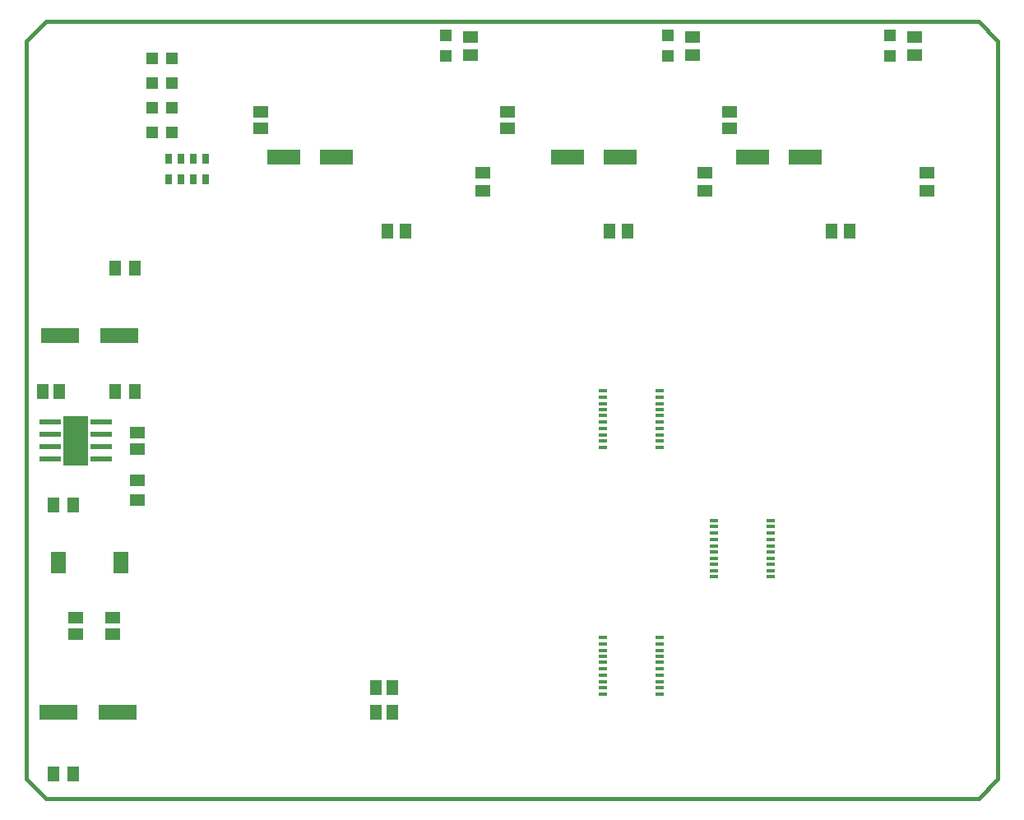
<source format=gtp>
G75*
%MOIN*%
%OFA0B0*%
%FSLAX24Y24*%
%IPPOS*%
%LPD*%
%AMOC8*
5,1,8,0,0,1.08239X$1,22.5*
%
%ADD10C,0.0160*%
%ADD11R,0.0472X0.0472*%
%ADD12R,0.0512X0.0591*%
%ADD13R,0.0591X0.0512*%
%ADD14R,0.1378X0.0630*%
%ADD15R,0.0295X0.0433*%
%ADD16R,0.0866X0.0236*%
%ADD17R,0.1000X0.2000*%
%ADD18R,0.0630X0.0512*%
%ADD19R,0.0512X0.0630*%
%ADD20R,0.1575X0.0630*%
%ADD21R,0.0630X0.0866*%
%ADD22R,0.0354X0.0138*%
D10*
X002145Y001680D02*
X039940Y001680D01*
X040727Y002467D01*
X040727Y032389D01*
X039940Y033176D01*
X002145Y033176D01*
X001357Y032389D01*
X001357Y002467D01*
X002145Y001680D01*
D11*
X006444Y028680D03*
X007271Y028680D03*
X007271Y029680D03*
X006444Y029680D03*
X006444Y030680D03*
X007271Y030680D03*
X007271Y031680D03*
X006444Y031680D03*
X018357Y031767D03*
X018357Y032593D03*
X027357Y032593D03*
X027357Y031767D03*
X036357Y031767D03*
X036357Y032593D03*
D12*
X034731Y024680D03*
X033983Y024680D03*
X025731Y024680D03*
X024983Y024680D03*
X016731Y024680D03*
X015983Y024680D03*
X002692Y018180D03*
X002023Y018180D03*
X015523Y006180D03*
X016192Y006180D03*
X016192Y005180D03*
X015523Y005180D03*
D13*
X004857Y008345D03*
X004857Y009015D03*
X003357Y009015D03*
X003357Y008345D03*
X005857Y015845D03*
X005857Y016515D03*
X019857Y026306D03*
X019857Y027054D03*
X020857Y028845D03*
X020857Y029515D03*
X019357Y031806D03*
X019357Y032554D03*
X010857Y029515D03*
X010857Y028845D03*
X028357Y031806D03*
X028357Y032554D03*
X029857Y029515D03*
X029857Y028845D03*
X028857Y027054D03*
X028857Y026306D03*
X037357Y031806D03*
X037357Y032554D03*
X037857Y027054D03*
X037857Y026306D03*
D14*
X032920Y027680D03*
X030794Y027680D03*
X025420Y027680D03*
X023294Y027680D03*
X013920Y027680D03*
X011794Y027680D03*
D15*
X008607Y027601D03*
X008107Y027601D03*
X007607Y027601D03*
X007107Y027601D03*
X007107Y026759D03*
X007607Y026759D03*
X008107Y026759D03*
X008607Y026759D03*
D16*
X004381Y016930D03*
X004381Y016430D03*
X004381Y015930D03*
X004381Y015430D03*
X002334Y015430D03*
X002334Y015930D03*
X002334Y016430D03*
X002334Y016930D03*
D17*
X003357Y016180D03*
D18*
X005857Y014574D03*
X005857Y013786D03*
D19*
X003251Y013580D03*
X002464Y013580D03*
X004964Y018180D03*
X005751Y018180D03*
X005751Y023180D03*
X004964Y023180D03*
X003251Y002680D03*
X002464Y002680D03*
D20*
X002656Y005180D03*
X005058Y005180D03*
X005109Y020444D03*
X002708Y020444D03*
D21*
X002656Y011231D03*
X005176Y011231D03*
D22*
X024706Y008198D03*
X024706Y007942D03*
X024706Y007686D03*
X024706Y007448D03*
X024706Y007192D03*
X024706Y006936D03*
X024706Y006680D03*
X024706Y006424D03*
X024706Y006168D03*
X024706Y005912D03*
X027009Y005912D03*
X027009Y006168D03*
X027009Y006424D03*
X027009Y006680D03*
X027009Y006936D03*
X027009Y007192D03*
X027009Y007448D03*
X027009Y007686D03*
X027009Y007942D03*
X027009Y008198D03*
X029206Y010662D03*
X029206Y010918D03*
X029206Y011174D03*
X029206Y011412D03*
X029206Y011668D03*
X029206Y011924D03*
X029206Y012180D03*
X029206Y012436D03*
X029206Y012692D03*
X029206Y012948D03*
X031509Y012948D03*
X031509Y012692D03*
X031509Y012436D03*
X031509Y012180D03*
X031509Y011924D03*
X031509Y011668D03*
X031509Y011412D03*
X031509Y011174D03*
X031509Y010918D03*
X031509Y010662D03*
X027009Y015912D03*
X027009Y016168D03*
X027009Y016424D03*
X027009Y016680D03*
X027009Y016936D03*
X027009Y017192D03*
X027009Y017448D03*
X027009Y017686D03*
X027009Y017942D03*
X027009Y018198D03*
X024706Y018198D03*
X024706Y017942D03*
X024706Y017686D03*
X024706Y017448D03*
X024706Y017192D03*
X024706Y016936D03*
X024706Y016680D03*
X024706Y016424D03*
X024706Y016168D03*
X024706Y015912D03*
M02*

</source>
